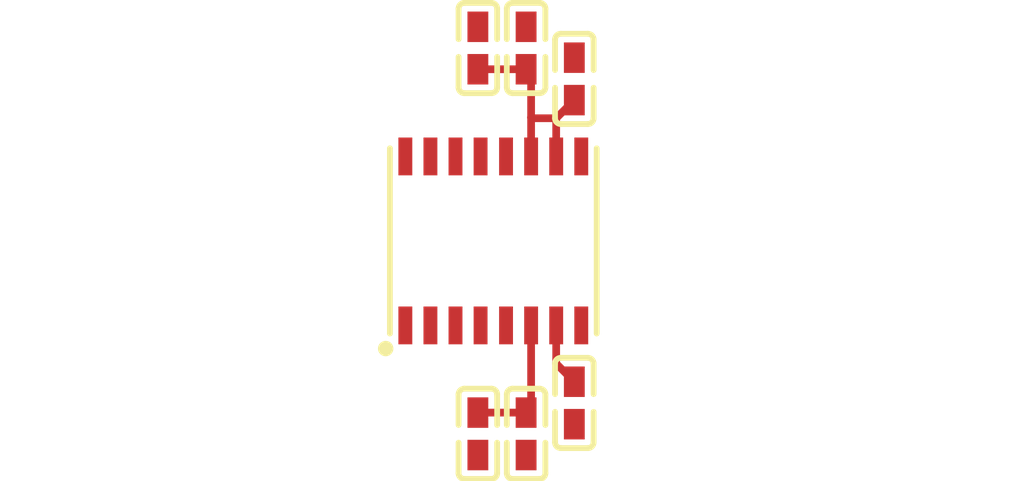
<source format=kicad_pcb>
(kicad_pcb (version 20241229) (generator "pcbnew") (generator_version "9.0")
  (layers (0 "F.Cu" signal) (2 "B.Cu" signal) (13 "F.Paste" user) (15 "B.Paste" user) (5 "F.SilkS" user "F.Silkscreen") (7 "B.SilkS" user "B.Silkscreen") (1 "F.Mask" user) (3 "B.Mask" user) (25 "Edge.Cuts" user))
  (net 0 "")
  (net 1 "VDDL")
  (net 2 "DE")
  (net 3 "REh")
  (net 4 "gnd-1")
  (net 5 "gnd")
  (net 6 "net")
  (net 7 "B")
  (net 8 "SEL")
  (net 9 "hv")
  (net 10 "DI")
  (net 11 "A")
  (net 12 "RO")
  (net 13 "VDDP")
  (footprint "Samsung_Electro_Mechanics_CL05B104KO5NNNC:C0402" (layer "F.Cu") (at 0.85 -5 90)
    (property "Reference" "C6" (hide yes))
    (property "Value" "100nF ±10% 16V X7R")
    (fp_line (start 1.02 -0.5) (end 0.23 -0.5) (stroke (width 0.15)) (layer "F.SilkS"))
    (fp_line (start -1.02 -0.5) (end -0.23 -0.5) (stroke (width 0.15)) (layer "F.SilkS"))
    (fp_line (start 1.17 0.35) (end 1.17 -0.35) (stroke (width 0.15)) (layer "F.SilkS"))
    (fp_line (start -1.17 0.35) (end -1.17 -0.35) (stroke (width 0.15)) (layer "F.SilkS"))
    (fp_line (start 0.23 0.5) (end 1.02 0.5) (stroke (width 0.15)) (layer "F.SilkS"))
    (fp_line (start -0.23 0.5) (end -1.02 0.5) (stroke (width 0.15)) (layer "F.SilkS"))
    (fp_arc (start 1.02 -0.5) (mid 1.126066 -0.456066) (end 1.17 -0.35) (stroke (width 0.15)) (layer "F.SilkS"))
    (fp_arc (start -1.17 -0.35) (mid -1.126066 -0.456066) (end -1.02 -0.5) (stroke (width 0.15)) (layer "F.SilkS"))
    (fp_arc (start 1.17 0.35) (mid 1.126066 0.456066) (end 1.02 0.5) (stroke (width 0.15)) (layer "F.SilkS"))
    (fp_arc (start -1.02 0.5) (mid -1.126066 0.456066) (end -1.17 0.35) (stroke (width 0.15)) (layer "F.SilkS"))
    (pad "1" smd rect (at -0.55 0 90) (size 0.79 0.54) (layers "F.Cu" "F.Mask" "F.Paste") (net 9 "hv"))
    (pad "2" smd rect (at 0.55 0 90) (size 0.79 0.54) (layers "F.Cu" "F.Mask" "F.Paste") (net 4 "gnd-1"))
  )
  (footprint "Samsung_Electro_Mechanics_CL05B104KO5NNNC:C0402" (layer "F.Cu") (at 0.85 5 -90)
    (property "Reference" "C5" (hide yes))
    (property "Value" "100nF ±10% 16V X7R")
    (fp_line (start -0.23 0.5) (end -1.02 0.5) (stroke (width 0.15)) (layer "F.SilkS"))
    (fp_line (start 0.23 0.5) (end 1.02 0.5) (stroke (width 0.15)) (layer "F.SilkS"))
    (fp_line (start -1.17 0.35) (end -1.17 -0.35) (stroke (width 0.15)) (layer "F.SilkS"))
    (fp_line (start 1.17 0.35) (end 1.17 -0.35) (stroke (width 0.15)) (layer "F.SilkS"))
    (fp_line (start -1.02 -0.5) (end -0.23 -0.5) (stroke (width 0.15)) (layer "F.SilkS"))
    (fp_line (start 1.02 -0.5) (end 0.23 -0.5) (stroke (width 0.15)) (layer "F.SilkS"))
    (fp_arc (start -1.02 0.5) (mid -1.126066 0.456066) (end -1.17 0.35) (stroke (width 0.15)) (layer "F.SilkS"))
    (fp_arc (start 1.17 0.35) (mid 1.126066 0.456066) (end 1.02 0.5) (stroke (width 0.15)) (layer "F.SilkS"))
    (fp_arc (start -1.17 -0.35) (mid -1.126066 -0.456066) (end -1.02 -0.5) (stroke (width 0.15)) (layer "F.SilkS"))
    (fp_arc (start 1.02 -0.5) (mid 1.126066 -0.456066) (end 1.17 -0.35) (stroke (width 0.15)) (layer "F.SilkS"))
    (pad "1" smd rect (at -0.55 0 270) (size 0.79 0.54) (layers "F.Cu" "F.Mask" "F.Paste") (net 13 "VDDP"))
    (pad "2" smd rect (at 0.55 0 270) (size 0.79 0.54) (layers "F.Cu" "F.Mask" "F.Paste") (net 5 "gnd"))
  )
  (footprint "Chipanalog_CA_IS2092A:LGA-16_L5.2-W4.7-P0.65-TL_CA-IS2062A-FRANK2" (layer "F.Cu") (at 0 0 90)
    (property "Reference" "U1" (hide yes))
    (property "Value" "")
    (fp_line (start -2.4 -2.68) (end 2.4 -2.68) (stroke (width 0.15)) (layer "F.SilkS"))
    (fp_line (start -2.4 2.68) (end 2.4 2.68) (stroke (width 0.15)) (layer "F.SilkS"))
    (fp_circle (center -2.79 -2.79) (end -2.69 -2.79) (stroke (width 0.2)) (fill no) (layer "F.SilkS"))
    (pad "1" smd rect (at -2.19 -2.28 90) (size 0.98 0.36) (layers "F.Cu" "F.Paste" "F.Mask") (net 12 "RO"))
    (pad "2" smd rect (at -2.19 -1.63 90) (size 0.98 0.36) (layers "F.Cu" "F.Paste" "F.Mask") (net 3 "REh"))
    (pad "3" smd rect (at -2.19 -0.98 90) (size 0.98 0.36) (layers "F.Cu" "F.Paste" "F.Mask") (net 2 "DE"))
    (pad "4" smd rect (at -2.19 -0.33 90) (size 0.98 0.36) (layers "F.Cu" "F.Paste" "F.Mask") (net 10 "DI"))
    (pad "5" smd rect (at -2.19 0.33 90) (size 0.98 0.36) (layers "F.Cu" "F.Paste" "F.Mask") (net 5 "gnd"))
    (pad "6" smd rect (at -2.19 0.98 90) (size 0.98 0.36) (layers "F.Cu" "F.Paste" "F.Mask") (net 13 "VDDP"))
    (pad "7" smd rect (at -2.19 1.63 90) (size 0.98 0.36) (layers "F.Cu" "F.Paste" "F.Mask") (net 1 "VDDL"))
    (pad "8" smd rect (at -2.19 2.28 90) (size 0.98 0.36) (layers "F.Cu" "F.Paste" "F.Mask") (net 5 "gnd"))
    (pad "9" smd rect (at 2.19 2.28 90) (size 0.98 0.36) (layers "F.Cu" "F.Paste" "F.Mask") (net 4 "gnd-1"))
    (pad "10" smd rect (at 2.19 1.63 90) (size 0.98 0.36) (layers "F.Cu" "F.Paste" "F.Mask") (net 9 "hv"))
    (pad "11" smd rect (at 2.19 0.98 90) (size 0.98 0.36) (layers "F.Cu" "F.Paste" "F.Mask") (net 9 "hv"))
    (pad "12" smd rect (at 2.19 0.33 90) (size 0.98 0.36) (layers "F.Cu" "F.Paste" "F.Mask") (net 4 "gnd-1"))
    (pad "13" smd rect (at 2.19 -0.33 90) (size 0.98 0.36) (layers "F.Cu" "F.Paste" "F.Mask") (net 8 "SEL"))
    (pad "14" smd rect (at 2.19 -0.98 90) (size 0.98 0.36) (layers "F.Cu" "F.Paste" "F.Mask") (net 11 "A"))
    (pad "15" smd rect (at 2.19 -1.63 90) (size 0.98 0.36) (layers "F.Cu" "F.Paste" "F.Mask") (net 7 "B"))
    (pad "16" smd rect (at 2.19 -2.28 90) (size 0.98 0.36) (layers "F.Cu" "F.Paste" "F.Mask") (net 6 "net"))
  )
  (footprint "Murata_Electronics_GRM155R60J106ME44D:C0402" (layer "F.Cu") (at -0.4 -5 90)
    (property "Reference" "C4" (hide yes))
    (property "Value" "10µF ±20% 6.3V X5R")
    (fp_line (start 1.02 -0.5) (end 0.23 -0.5) (stroke (width 0.15)) (layer "F.SilkS"))
    (fp_line (start 0.23 0.5) (end 1.02 0.5) (stroke (width 0.15)) (layer "F.SilkS"))
    (fp_line (start 1.17 0.35) (end 1.17 -0.35) (stroke (width 0.15)) (layer "F.SilkS"))
    (fp_line (start -1.02 -0.5) (end -0.23 -0.5) (stroke (width 0.15)) (layer "F.SilkS"))
    (fp_line (start -0.23 0.5) (end -1.02 0.5) (stroke (width 0.15)) (layer "F.SilkS"))
    (fp_line (start -1.17 0.35) (end -1.17 -0.35) (stroke (width 0.15)) (layer "F.SilkS"))
    (fp_arc (start 1.17 0.35) (mid 1.1260660171779822 0.456066017177982) (end 1.02 0.4999999999999999) (stroke (width 0.15)) (layer "F.SilkS"))
    (fp_arc (start 1.02 -0.5) (mid 1.1260660171779822 -0.4560660171779821) (end 1.17 -0.35) (stroke (width 0.15)) (layer "F.SilkS"))
    (fp_arc (start -1.17 0.35) (mid -1.1260660171779822 0.456066017177982) (end -1.02 0.4999999999999999) (stroke (width 0.15)) (layer "F.SilkS"))
    (fp_arc (start -1.02 -0.5) (mid -1.1260660171779822 -0.4560660171779821) (end -1.17 -0.35) (stroke (width 0.15)) (layer "F.SilkS"))
    (pad "2" smd rect (at 0.55 0 90) (size 0.79 0.54) (layers "F.Cu" "F.Paste" "F.Mask") (net 4 "gnd-1"))
    (pad "1" smd rect (at -0.55 0 90) (size 0.79 0.54) (layers "F.Cu" "F.Paste" "F.Mask") (net 9 "hv"))
  )
  (footprint "Samsung_Electro_Mechanics_CL05A105KA5NQNC:C0402" (layer "F.Cu") (at 2.1 4.2 -90)
    (property "Reference" "C1" (hide yes))
    (property "Value" "1µF ±10% 25V X5R")
    (fp_line (start -0.23 0.5) (end -1.02 0.5) (stroke (width 0.15)) (layer "F.SilkS"))
    (fp_line (start 0.23 0.5) (end 1.02 0.5) (stroke (width 0.15)) (layer "F.SilkS"))
    (fp_line (start -1.17 0.35) (end -1.17 -0.35) (stroke (width 0.15)) (layer "F.SilkS"))
    (fp_line (start 1.17 0.35) (end 1.17 -0.35) (stroke (width 0.15)) (layer "F.SilkS"))
    (fp_line (start -1.02 -0.5) (end -0.23 -0.5) (stroke (width 0.15)) (layer "F.SilkS"))
    (fp_line (start 1.02 -0.5) (end 0.23 -0.5) (stroke (width 0.15)) (layer "F.SilkS"))
    (fp_arc (start -1.02 0.5) (mid -1.126066 0.456066) (end -1.17 0.35) (stroke (width 0.15)) (layer "F.SilkS"))
    (fp_arc (start 1.17 0.35) (mid 1.126066 0.456066) (end 1.02 0.5) (stroke (width 0.15)) (layer "F.SilkS"))
    (fp_arc (start -1.17 -0.35) (mid -1.126066 -0.456066) (end -1.02 -0.5) (stroke (width 0.15)) (layer "F.SilkS"))
    (fp_arc (start 1.02 -0.5) (mid 1.126066 -0.456066) (end 1.17 -0.35) (stroke (width 0.15)) (layer "F.SilkS"))
    (pad "1" smd rect (at -0.55 0 270) (size 0.79 0.54) (layers "F.Cu" "F.Mask" "F.Paste") (net 1 "VDDL"))
    (pad "2" smd rect (at 0.55 0 270) (size 0.79 0.54) (layers "F.Cu" "F.Mask" "F.Paste") (net 5 "gnd"))
  )
  (footprint "Samsung_Electro_Mechanics_CL05A105KA5NQNC:C0402" (layer "F.Cu") (at 2.1 -4.2 90)
    (property "Reference" "C2" (hide yes))
    (property "Value" "1µF ±10% 25V X5R")
    (fp_line (start 1.02 -0.5) (end 0.23 -0.5) (stroke (width 0.15)) (layer "F.SilkS"))
    (fp_line (start -1.02 -0.5) (end -0.23 -0.5) (stroke (width 0.15)) (layer "F.SilkS"))
    (fp_line (start 1.17 0.35) (end 1.17 -0.35) (stroke (width 0.15)) (layer "F.SilkS"))
    (fp_line (start -1.17 0.35) (end -1.17 -0.35) (stroke (width 0.15)) (layer "F.SilkS"))
    (fp_line (start 0.23 0.5) (end 1.02 0.5) (stroke (width 0.15)) (layer "F.SilkS"))
    (fp_line (start -0.23 0.5) (end -1.02 0.5) (stroke (width 0.15)) (layer "F.SilkS"))
    (fp_arc (start 1.02 -0.5) (mid 1.126066 -0.456066) (end 1.17 -0.35) (stroke (width 0.15)) (layer "F.SilkS"))
    (fp_arc (start -1.17 -0.35) (mid -1.126066 -0.456066) (end -1.02 -0.5) (stroke (width 0.15)) (layer "F.SilkS"))
    (fp_arc (start 1.17 0.35) (mid 1.126066 0.456066) (end 1.02 0.5) (stroke (width 0.15)) (layer "F.SilkS"))
    (fp_arc (start -1.02 0.5) (mid -1.126066 0.456066) (end -1.17 0.35) (stroke (width 0.15)) (layer "F.SilkS"))
    (pad "1" smd rect (at -0.55 0 90) (size 0.79 0.54) (layers "F.Cu" "F.Mask" "F.Paste") (net 9 "hv"))
    (pad "2" smd rect (at 0.55 0 90) (size 0.79 0.54) (layers "F.Cu" "F.Mask" "F.Paste") (net 4 "gnd-1"))
  )
  (footprint "Murata_Electronics_GRM155R60J106ME44D:C0402" (layer "F.Cu") (at -0.4 5 -90)
    (property "Reference" "C3" (hide yes))
    (property "Value" "10µF ±20% 6.3V X5R")
    (fp_line (start 1.02 -0.5) (end 0.23 -0.5) (stroke (width 0.15)) (layer "F.SilkS"))
    (fp_line (start 0.23 0.5) (end 1.02 0.5) (stroke (width 0.15)) (layer "F.SilkS"))
    (fp_line (start 1.17 0.35) (end 1.17 -0.35) (stroke (width 0.15)) (layer "F.SilkS"))
    (fp_line (start -1.02 -0.5) (end -0.23 -0.5) (stroke (width 0.15)) (layer "F.SilkS"))
    (fp_line (start -0.23 0.5) (end -1.02 0.5) (stroke (width 0.15)) (layer "F.SilkS"))
    (fp_line (start -1.17 0.35) (end -1.17 -0.35) (stroke (width 0.15)) (layer "F.SilkS"))
    (fp_arc (start 1.17 0.35) (mid 1.1260660171779822 0.456066017177982) (end 1.02 0.4999999999999999) (stroke (width 0.15)) (layer "F.SilkS"))
    (fp_arc (start 1.02 -0.5) (mid 1.1260660171779822 -0.4560660171779821) (end 1.17 -0.35) (stroke (width 0.15)) (layer "F.SilkS"))
    (fp_arc (start -1.17 0.35) (mid -1.1260660171779822 0.456066017177982) (end -1.02 0.4999999999999999) (stroke (width 0.15)) (layer "F.SilkS"))
    (fp_arc (start -1.02 -0.5) (mid -1.1260660171779822 -0.4560660171779821) (end -1.17 -0.35) (stroke (width 0.15)) (layer "F.SilkS"))
    (pad "2" smd rect (at 0.55 0 -90) (size 0.79 0.54) (layers "F.Cu" "F.Paste" "F.Mask") (net 5 "gnd"))
    (pad "1" smd rect (at -0.55 0 -90) (size 0.79 0.54) (layers "F.Cu" "F.Paste" "F.Mask") (net 13 "VDDP"))
  )
  (segment (start 2.1 3.65) (end 1.63 3.18) (width 0.2) (net 1) (layer "F.Cu"))
  (segment (start 1.63 3.18) (end 1.63 2.19) (width 0.2) (net 1) (layer "F.Cu"))
  (segment (start 0.98 -4.32) (end 0.85 -4.45) (width 0.2) (net 9) (layer "F.Cu"))
  (segment (start 1 -3.18) (end 0.98 -3.2) (width 0.2) (net 9) (layer "F.Cu"))
  (segment (start -0.4 -4.45) (end 0.85 -4.45) (width 0.2) (net 9) (layer "F.Cu"))
  (segment (start 0.98 -2.19) (end 0.98 -3.2) (width 0.2) (net 9) (layer "F.Cu"))
  (segment (start 0.98 -3.2) (end 0.98 -4.32) (width 0.2) (net 9) (layer "F.Cu"))
  (segment (start 1.63 -3.18) (end 1 -3.18) (width 0.2) (net 9) (layer "F.Cu"))
  (segment (start 1.63 -2.19) (end 1.63 -3.18) (width 0.2) (net 9) (layer "F.Cu"))
  (segment (start 1.63 -3.18) (end 2.1 -3.65) (width 0.2) (net 9) (layer "F.Cu"))
  (segment (start 0.98 4.32) (end 0.85 4.45) (width 0.2) (net 13) (layer "F.Cu"))
  (segment (start -0.4 4.45) (end 0.85 4.45) (width 0.2) (net 13) (layer "F.Cu"))
  (segment (start 0.98 2.19) (end 0.98 4.32) (width 0.2) (net 13) (layer "F.Cu"))
)
</source>
